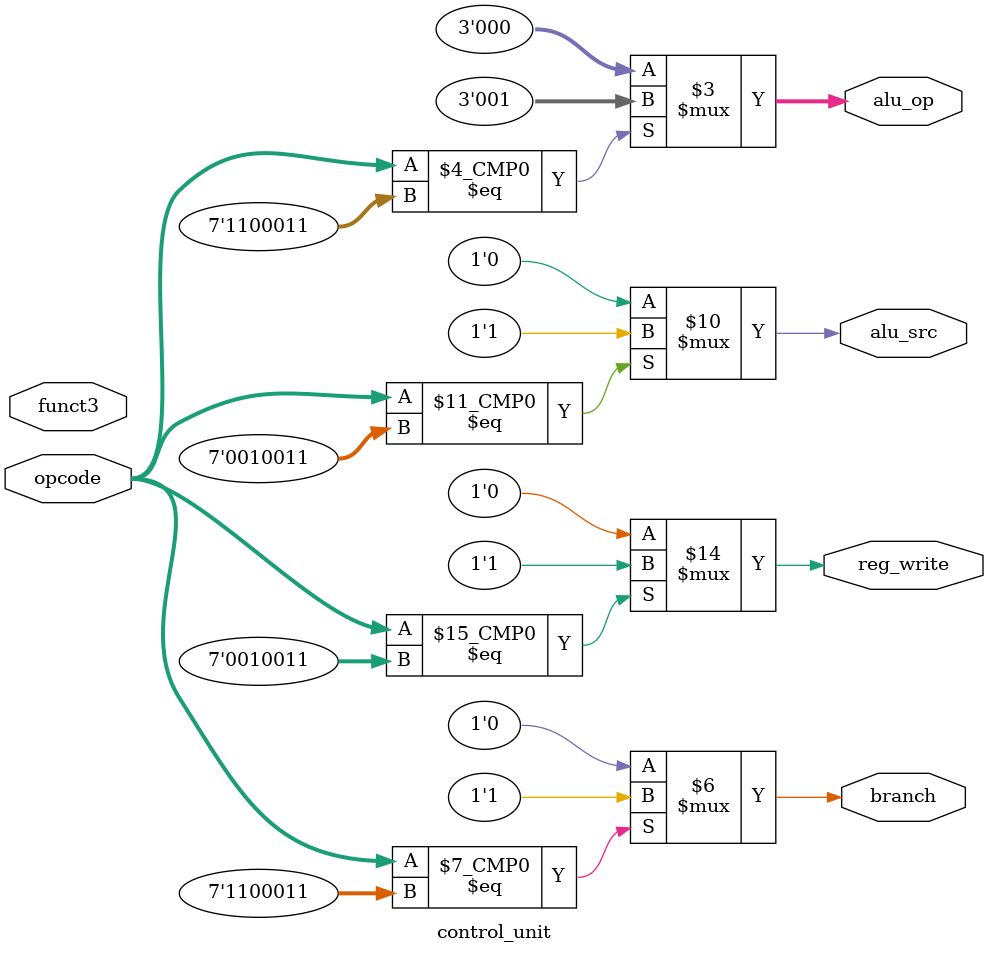
<source format=sv>
module control_unit (
    input  logic [6:0] opcode,     
    input  logic [2:0] funct3,     
    output logic       reg_write,  
    output logic       alu_src,     
    output logic       branch,      
    output logic [2:0] alu_op 
);


    always_comb begin

        reg_write = 1'b0;
        alu_src   = 1'b0;
        branch    = 1'b0;
        alu_op    = 3'b000;

        case(opcode)
            7'b0010011: begin // I-type (addi)
                reg_write = 1'b1;
                alu_src   = 1'b1;
                branch    = 1'b0;
                alu_op    = 3'b000;
            end
            
            7'b1100011: begin // B-type (bne)
                reg_write = 1'b0;
                alu_src   = 1'b0;
                branch    = 1'b1;
                alu_op    = 3'b001;
            end

            default: begin
                reg_write = 1'b0;
                alu_src   = 1'b0;
                branch    = 1'b0;
                alu_op    = 3'b000;
            end
        endcase
    end
endmodule

</source>
